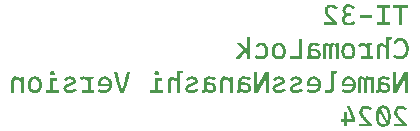
<source format=gbr>
%TF.GenerationSoftware,KiCad,Pcbnew,8.0.5-8.0.5-0~ubuntu22.04.1*%
%TF.CreationDate,2024-09-17T12:21:12-05:00*%
%TF.ProjectId,cheating-calc,63686561-7469-46e6-972d-63616c632e6b,rev?*%
%TF.SameCoordinates,Original*%
%TF.FileFunction,Legend,Bot*%
%TF.FilePolarity,Positive*%
%FSLAX46Y46*%
G04 Gerber Fmt 4.6, Leading zero omitted, Abs format (unit mm)*
G04 Created by KiCad (PCBNEW 8.0.5-8.0.5-0~ubuntu22.04.1) date 2024-09-17 12:21:12*
%MOMM*%
%LPD*%
G01*
G04 APERTURE LIST*
%ADD10C,0.200000*%
%ADD11R,1.700000X1.700000*%
%ADD12O,1.700000X1.700000*%
%ADD13C,0.850000*%
%ADD14C,0.600000*%
%ADD15O,1.200000X2.300000*%
%ADD16O,1.100000X2.100000*%
G04 APERTURE END LIST*
D10*
G36*
X155388806Y-58143001D02*
G01*
X155388806Y-56654878D01*
X155893705Y-56654878D01*
X155893705Y-56419867D01*
X154618171Y-56419867D01*
X154618171Y-56654878D01*
X155135942Y-56654878D01*
X155135942Y-58143001D01*
X155388806Y-58143001D01*
G37*
G36*
X153249630Y-58143001D02*
G01*
X154312575Y-58143001D01*
X154312575Y-57907990D01*
X153901099Y-57907990D01*
X153901099Y-56650726D01*
X154312575Y-56650726D01*
X154312575Y-56415715D01*
X153249630Y-56415715D01*
X153249630Y-56650726D01*
X153648234Y-56650726D01*
X153648234Y-57907990D01*
X153249630Y-57907990D01*
X153249630Y-58143001D01*
G37*
G36*
X151801367Y-57270223D02*
G01*
X151801367Y-57505234D01*
X152811165Y-57505234D01*
X152811165Y-57270223D01*
X151801367Y-57270223D01*
G37*
G36*
X150273384Y-57650558D02*
G01*
X150279831Y-57742173D01*
X150299173Y-57827056D01*
X150331408Y-57905208D01*
X150339403Y-57920031D01*
X150390933Y-57994545D01*
X150455317Y-58057087D01*
X150525003Y-58103555D01*
X150604339Y-58138370D01*
X150692353Y-58160290D01*
X150778985Y-58168994D01*
X150809424Y-58169574D01*
X150899136Y-58166720D01*
X150991190Y-58156684D01*
X151073851Y-58139423D01*
X151123740Y-58123901D01*
X151204123Y-58090408D01*
X151278131Y-58051805D01*
X151353716Y-58005189D01*
X151387815Y-57981898D01*
X151254117Y-57782181D01*
X151185276Y-57829184D01*
X151109248Y-57872329D01*
X151067686Y-57892212D01*
X150985644Y-57919633D01*
X150902615Y-57932537D01*
X150850945Y-57934564D01*
X150765693Y-57927863D01*
X150679248Y-57901476D01*
X150607215Y-57849860D01*
X150557876Y-57782226D01*
X150530123Y-57700390D01*
X150526249Y-57652634D01*
X150539737Y-57567503D01*
X150580200Y-57493348D01*
X150622163Y-57450010D01*
X150696797Y-57403440D01*
X150780229Y-57377879D01*
X150868006Y-57368533D01*
X150889145Y-57368213D01*
X151030732Y-57368213D01*
X151030732Y-57133203D01*
X150885408Y-57133203D01*
X150799783Y-57126831D01*
X150713776Y-57101738D01*
X150643339Y-57052652D01*
X150593067Y-56979460D01*
X150569409Y-56898153D01*
X150565694Y-56844630D01*
X150577080Y-56762223D01*
X150619144Y-56687631D01*
X150646660Y-56662767D01*
X150723705Y-56621043D01*
X150806348Y-56603221D01*
X150840980Y-56601730D01*
X150927240Y-56612422D01*
X151010938Y-56641866D01*
X151016615Y-56644497D01*
X151089195Y-56685898D01*
X151159171Y-56741278D01*
X151190589Y-56771552D01*
X151364563Y-56603391D01*
X151290739Y-56535210D01*
X151212516Y-56478584D01*
X151129893Y-56433515D01*
X151042871Y-56400002D01*
X150951449Y-56378045D01*
X150855628Y-56367644D01*
X150816067Y-56366720D01*
X150728581Y-56372275D01*
X150639464Y-56391218D01*
X150557805Y-56423604D01*
X150485517Y-56468305D01*
X150419527Y-56529828D01*
X150378848Y-56584707D01*
X150341261Y-56660674D01*
X150319276Y-56745277D01*
X150312829Y-56829682D01*
X150319698Y-56917394D01*
X150340305Y-57000690D01*
X150370959Y-57072582D01*
X150419052Y-57148897D01*
X150476138Y-57209680D01*
X150519190Y-57241573D01*
X150447569Y-57287027D01*
X150385472Y-57349786D01*
X150351029Y-57395617D01*
X150310083Y-57468685D01*
X150284303Y-57547754D01*
X150273687Y-57632824D01*
X150273384Y-57650558D01*
G37*
G36*
X149894710Y-56623737D02*
G01*
X149823701Y-56564884D01*
X149749408Y-56513979D01*
X149671831Y-56471023D01*
X149627313Y-56450593D01*
X149543769Y-56420887D01*
X149455692Y-56400904D01*
X149363083Y-56390642D01*
X149309675Y-56389141D01*
X149218701Y-56395751D01*
X149134702Y-56415579D01*
X149057676Y-56448626D01*
X149043108Y-56456821D01*
X148969786Y-56508846D01*
X148908532Y-56571861D01*
X148863321Y-56638684D01*
X148826443Y-56720473D01*
X148804874Y-56808836D01*
X148798548Y-56894871D01*
X148803252Y-56986128D01*
X148817362Y-57068384D01*
X148843749Y-57148469D01*
X148846713Y-57155209D01*
X148886340Y-57232049D01*
X148932973Y-57301883D01*
X148967955Y-57344546D01*
X149027130Y-57410595D01*
X149086579Y-57475822D01*
X149114110Y-57505649D01*
X149492369Y-57907990D01*
X148745401Y-57907990D01*
X148745401Y-58143001D01*
X149861493Y-58143001D01*
X149861493Y-57915879D01*
X149437145Y-57485303D01*
X149376244Y-57424460D01*
X149315147Y-57364108D01*
X149259434Y-57309668D01*
X149201593Y-57248830D01*
X149146552Y-57179775D01*
X149110788Y-57126144D01*
X149074606Y-57050880D01*
X149054254Y-56963942D01*
X149051413Y-56914801D01*
X149062507Y-56829008D01*
X149099564Y-56747662D01*
X149130303Y-56708855D01*
X149197801Y-56657239D01*
X149282582Y-56629446D01*
X149348705Y-56624152D01*
X149434674Y-56632497D01*
X149516209Y-56655189D01*
X149548007Y-56667749D01*
X149624011Y-56705858D01*
X149699430Y-56755411D01*
X149749385Y-56794804D01*
X149894710Y-56623737D01*
G37*
G36*
X155183691Y-61025574D02*
G01*
X155267957Y-61021808D01*
X155360436Y-61007894D01*
X155446638Y-60983728D01*
X155526560Y-60949310D01*
X155579804Y-60918449D01*
X155648388Y-60866950D01*
X155709540Y-60806549D01*
X155763262Y-60737248D01*
X155809553Y-60659045D01*
X155832669Y-60610361D01*
X155862442Y-60532285D01*
X155886056Y-60448779D01*
X155903510Y-60359842D01*
X155914803Y-60265475D01*
X155919936Y-60165678D01*
X155920279Y-60131206D01*
X155917444Y-60027688D01*
X155908938Y-59929931D01*
X155894763Y-59837936D01*
X155874917Y-59751701D01*
X155849401Y-59671228D01*
X155809532Y-59578737D01*
X155760803Y-59495249D01*
X155738831Y-59464374D01*
X155678491Y-59394757D01*
X155611136Y-59336939D01*
X155536767Y-59290921D01*
X155455383Y-59256703D01*
X155366984Y-59234283D01*
X155271570Y-59223664D01*
X155231441Y-59222720D01*
X155137422Y-59227230D01*
X155051193Y-59240761D01*
X154962181Y-59267269D01*
X154883343Y-59305560D01*
X154865223Y-59316973D01*
X154796816Y-59371418D01*
X154734431Y-59440499D01*
X154684782Y-59512951D01*
X154639743Y-59596609D01*
X154627721Y-59622570D01*
X154844047Y-59730940D01*
X154885463Y-59657107D01*
X154934948Y-59589246D01*
X154999147Y-59527509D01*
X155004734Y-59523334D01*
X155078597Y-59483357D01*
X155165655Y-59461831D01*
X155231025Y-59457730D01*
X155316330Y-59466194D01*
X155403408Y-59496596D01*
X155479379Y-59549107D01*
X155536742Y-59613192D01*
X155551570Y-59634611D01*
X155596708Y-59718851D01*
X155626574Y-59801968D01*
X155648295Y-59895158D01*
X155660174Y-59980509D01*
X155666396Y-60072856D01*
X155667414Y-60131621D01*
X155664302Y-60225691D01*
X155654966Y-60313009D01*
X155635546Y-60408879D01*
X155607164Y-60495028D01*
X155569820Y-60571455D01*
X155539944Y-60617005D01*
X155479384Y-60684632D01*
X155409606Y-60735649D01*
X155330608Y-60770055D01*
X155242392Y-60787852D01*
X155187843Y-60790564D01*
X155104391Y-60786099D01*
X155020291Y-60771044D01*
X154961967Y-60752779D01*
X154885283Y-60716033D01*
X154812116Y-60667576D01*
X154750209Y-60617420D01*
X154598656Y-60815061D01*
X154667841Y-60868883D01*
X154744805Y-60919134D01*
X154820850Y-60958482D01*
X154871036Y-60978655D01*
X154958839Y-61003398D01*
X155045558Y-61017831D01*
X155128763Y-61024429D01*
X155183691Y-61025574D01*
G37*
G36*
X154472016Y-59165421D02*
G01*
X154006563Y-59165421D01*
X154006563Y-59828100D01*
X153934942Y-59783179D01*
X153857275Y-59743416D01*
X153806845Y-59720975D01*
X153724446Y-59692135D01*
X153642243Y-59675266D01*
X153567683Y-59670319D01*
X153483292Y-59678426D01*
X153401517Y-59705102D01*
X153386235Y-59712671D01*
X153317627Y-59764419D01*
X153266764Y-59834447D01*
X153257519Y-59852183D01*
X153228168Y-59934083D01*
X153214058Y-60016607D01*
X153209401Y-60101972D01*
X153209354Y-60112106D01*
X153209354Y-60999001D01*
X153462219Y-60999001D01*
X153462219Y-60179786D01*
X153468408Y-60090606D01*
X153493552Y-60010333D01*
X153506231Y-59991279D01*
X153578893Y-59943821D01*
X153639930Y-59936056D01*
X153726088Y-59945899D01*
X153808921Y-59970934D01*
X153885608Y-60006399D01*
X153960774Y-60051786D01*
X154006563Y-60083871D01*
X154006563Y-60999001D01*
X154259427Y-60999001D01*
X154259427Y-59371366D01*
X154472016Y-59331921D01*
X154472016Y-59165421D01*
G37*
G36*
X152890886Y-60763990D02*
G01*
X152625150Y-60763990D01*
X152625150Y-59831422D01*
X152841060Y-59795298D01*
X152841060Y-59639594D01*
X152403841Y-59639594D01*
X152382665Y-59792392D01*
X152315464Y-59741358D01*
X152242673Y-59694966D01*
X152212013Y-59677378D01*
X152134550Y-59643220D01*
X152052882Y-59624828D01*
X151996102Y-59621324D01*
X151911324Y-59628588D01*
X151831070Y-59650379D01*
X151795554Y-59665337D01*
X151721234Y-59713305D01*
X151662492Y-59780189D01*
X151648569Y-59802772D01*
X151833754Y-59958477D01*
X151895257Y-59901385D01*
X151935896Y-59879587D01*
X152018665Y-59858174D01*
X152052571Y-59856335D01*
X152134772Y-59871686D01*
X152208276Y-59910728D01*
X152278293Y-59963646D01*
X152345728Y-60022321D01*
X152372285Y-60047333D01*
X152372285Y-60051070D01*
X152372285Y-60763990D01*
X151854515Y-60763990D01*
X151854515Y-60999001D01*
X152890886Y-60999001D01*
X152890886Y-60763990D01*
G37*
G36*
X150899650Y-59621424D02*
G01*
X150985988Y-59636696D01*
X151065060Y-59663075D01*
X151145331Y-59706028D01*
X151193444Y-59741757D01*
X151256855Y-59804383D01*
X151309755Y-59877848D01*
X151347955Y-59952249D01*
X151356201Y-59972083D01*
X151383864Y-60055736D01*
X151403016Y-60146291D01*
X151412791Y-60231190D01*
X151416050Y-60321373D01*
X151415784Y-60347384D01*
X151410663Y-60435280D01*
X151399026Y-60518288D01*
X151377746Y-60607169D01*
X151347955Y-60689667D01*
X151325053Y-60737410D01*
X151275656Y-60814816D01*
X151215748Y-60881252D01*
X151145331Y-60936719D01*
X151083693Y-60971341D01*
X150996270Y-61003360D01*
X150910840Y-61020021D01*
X150818143Y-61025574D01*
X150735887Y-61021322D01*
X150649082Y-61006050D01*
X150569958Y-60979671D01*
X150490125Y-60936719D01*
X150442295Y-60900960D01*
X150379198Y-60838181D01*
X150326479Y-60764431D01*
X150288332Y-60689667D01*
X150280086Y-60669641D01*
X150252422Y-60585547D01*
X150233271Y-60495070D01*
X150223495Y-60410665D01*
X150220237Y-60321373D01*
X150220250Y-60320128D01*
X150473101Y-60320128D01*
X150475860Y-60394067D01*
X150486726Y-60478460D01*
X150507979Y-60563027D01*
X150519842Y-60595358D01*
X150559698Y-60668697D01*
X150617180Y-60730358D01*
X150652200Y-60753817D01*
X150730520Y-60782097D01*
X150818143Y-60790564D01*
X150855873Y-60789094D01*
X150942775Y-60771514D01*
X151018276Y-60730358D01*
X151040778Y-60710398D01*
X151093322Y-60642323D01*
X151128307Y-60563027D01*
X151146700Y-60493098D01*
X151159064Y-60409900D01*
X151163185Y-60320128D01*
X151160426Y-60245382D01*
X151149561Y-60160984D01*
X151128307Y-60077643D01*
X151118958Y-60052082D01*
X151076326Y-59973652D01*
X151018276Y-59912388D01*
X150982870Y-59888929D01*
X150904676Y-59860649D01*
X150818143Y-59852183D01*
X150779846Y-59853653D01*
X150692227Y-59871232D01*
X150617180Y-59912388D01*
X150594917Y-59932298D01*
X150542828Y-59999692D01*
X150507979Y-60077643D01*
X150489587Y-60146461D01*
X150477223Y-60229468D01*
X150473101Y-60320128D01*
X150220250Y-60320128D01*
X150220503Y-60295067D01*
X150225623Y-60206394D01*
X150237260Y-60123005D01*
X150258540Y-60034176D01*
X150288332Y-59952249D01*
X150311213Y-59904745D01*
X150360472Y-59827667D01*
X150420109Y-59761428D01*
X150490125Y-59706028D01*
X150551377Y-59671405D01*
X150638771Y-59639386D01*
X150724617Y-59622726D01*
X150818143Y-59617172D01*
X150899650Y-59621424D01*
G37*
G36*
X149994361Y-59643746D02*
G01*
X149762672Y-59643746D01*
X149747725Y-59754608D01*
X149681962Y-59697289D01*
X149624822Y-59660770D01*
X149548319Y-59628072D01*
X149471608Y-59617172D01*
X149388669Y-59628591D01*
X149320886Y-59662846D01*
X149261004Y-59722857D01*
X149240334Y-59761666D01*
X149177624Y-59704576D01*
X149115771Y-59663261D01*
X149037918Y-59628694D01*
X148958820Y-59617172D01*
X148871548Y-59628149D01*
X148792289Y-59664816D01*
X148756196Y-59695232D01*
X148705924Y-59768044D01*
X148682267Y-59851920D01*
X148678551Y-59908236D01*
X148678551Y-60006413D01*
X148678551Y-60105378D01*
X148678551Y-60188451D01*
X148678551Y-60272071D01*
X148678551Y-60356239D01*
X148678551Y-60440954D01*
X148678551Y-60526288D01*
X148678551Y-60612311D01*
X148678551Y-60699023D01*
X148678551Y-60786425D01*
X148678551Y-60874515D01*
X148678551Y-60963295D01*
X148678551Y-60999001D01*
X148931416Y-60999001D01*
X148931416Y-60906849D01*
X148931416Y-60815580D01*
X148931416Y-60725194D01*
X148931416Y-60635689D01*
X148931416Y-60547041D01*
X148931416Y-60459639D01*
X148931416Y-60373482D01*
X148931416Y-60288571D01*
X148931416Y-60196473D01*
X148931416Y-60109827D01*
X148931416Y-60019948D01*
X148931416Y-59985881D01*
X148941621Y-59900690D01*
X148953007Y-59871698D01*
X149027381Y-59829925D01*
X149034804Y-59829761D01*
X149115368Y-59857736D01*
X149126981Y-59866300D01*
X149188515Y-59922946D01*
X149210024Y-59947682D01*
X149210024Y-60999001D01*
X149462889Y-60999001D01*
X149462889Y-59976331D01*
X149474811Y-59892884D01*
X149534718Y-59833340D01*
X149563785Y-59829761D01*
X149646881Y-59857679D01*
X149713620Y-59920213D01*
X149741496Y-59956816D01*
X149741496Y-60046687D01*
X149741496Y-60138485D01*
X149741496Y-60232209D01*
X149741496Y-60327861D01*
X149741496Y-60425439D01*
X149741496Y-60458393D01*
X149741496Y-60557986D01*
X149741496Y-60641604D01*
X149741496Y-60725790D01*
X149741496Y-60810544D01*
X149741496Y-60895866D01*
X149741496Y-60981755D01*
X149741496Y-60999001D01*
X149994361Y-60999001D01*
X149994361Y-60901902D01*
X149994361Y-60803161D01*
X149994361Y-60702778D01*
X149994361Y-60600753D01*
X149994361Y-60497086D01*
X149994361Y-60412969D01*
X149994361Y-60349192D01*
X149994361Y-60263328D01*
X149994361Y-60176801D01*
X149994361Y-60089613D01*
X149994361Y-60001763D01*
X149994361Y-59913251D01*
X149994361Y-59824078D01*
X149994361Y-59734243D01*
X149994361Y-59643746D01*
G37*
G36*
X147892619Y-59617205D02*
G01*
X147981941Y-59621843D01*
X148066038Y-59632872D01*
X148152892Y-59650389D01*
X148188036Y-59659238D01*
X148275498Y-59686130D01*
X148353729Y-59716157D01*
X148431500Y-59751701D01*
X148303614Y-59946021D01*
X148254576Y-59926626D01*
X148173930Y-59898648D01*
X148091441Y-59875850D01*
X148004818Y-59858862D01*
X147921203Y-59852183D01*
X147913589Y-59852210D01*
X147826856Y-59857507D01*
X147744323Y-59880002D01*
X147722334Y-59893342D01*
X147673321Y-59963044D01*
X147661684Y-60017291D01*
X147656297Y-60103386D01*
X147656297Y-60122071D01*
X147660847Y-60122071D01*
X147748480Y-60122071D01*
X147835254Y-60122071D01*
X147882099Y-60123203D01*
X147969939Y-60131316D01*
X148051995Y-60145738D01*
X148092702Y-60155621D01*
X148177095Y-60183943D01*
X148256280Y-60221722D01*
X148290355Y-60242698D01*
X148355471Y-60297462D01*
X148408663Y-60364970D01*
X148436562Y-60419630D01*
X148459558Y-60504158D01*
X148466378Y-60593338D01*
X148460827Y-60672579D01*
X148438967Y-60758190D01*
X148396207Y-60837483D01*
X148358941Y-60882170D01*
X148294869Y-60937718D01*
X148220987Y-60979485D01*
X148181540Y-60995148D01*
X148096773Y-61017968D01*
X148012965Y-61025574D01*
X148002879Y-61025530D01*
X147917580Y-61021195D01*
X147834359Y-61008057D01*
X147750551Y-60980731D01*
X147744348Y-60977923D01*
X147668234Y-60937505D01*
X147602735Y-60885647D01*
X147568482Y-60934320D01*
X147498517Y-60984053D01*
X147443963Y-61003759D01*
X147358481Y-61017773D01*
X147270565Y-61021422D01*
X147270565Y-60786412D01*
X147300071Y-60785361D01*
X147379351Y-60756516D01*
X147384995Y-60748478D01*
X147403433Y-60666415D01*
X147403433Y-60336736D01*
X147656297Y-60336736D01*
X147656297Y-60595414D01*
X147658671Y-60599815D01*
X147707018Y-60667482D01*
X147770066Y-60726206D01*
X147818295Y-60755309D01*
X147898950Y-60779297D01*
X147989298Y-60786412D01*
X148076908Y-60773125D01*
X148154553Y-60733264D01*
X148209050Y-60669425D01*
X148227215Y-60585033D01*
X148216963Y-60509578D01*
X148173653Y-60436387D01*
X148111371Y-60390195D01*
X148032480Y-60358742D01*
X148015915Y-60354439D01*
X147928927Y-60339269D01*
X147841482Y-60334660D01*
X147828595Y-60334668D01*
X147743285Y-60335179D01*
X147656297Y-60336736D01*
X147403433Y-60336736D01*
X147403433Y-59994601D01*
X147405170Y-59947733D01*
X147419067Y-59865210D01*
X147452843Y-59787825D01*
X147509001Y-59720975D01*
X147579483Y-59674887D01*
X147652889Y-59646884D01*
X147738510Y-59628383D01*
X147797405Y-59621551D01*
X147884665Y-59617172D01*
X147892619Y-59617205D01*
G37*
G36*
X145848876Y-60763990D02*
G01*
X145848876Y-60999001D01*
X146911821Y-60999001D01*
X146911821Y-59271715D01*
X146658956Y-59271715D01*
X146658956Y-60763990D01*
X145848876Y-60763990D01*
G37*
G36*
X145000306Y-59621424D02*
G01*
X145086644Y-59636696D01*
X145165716Y-59663075D01*
X145245987Y-59706028D01*
X145294100Y-59741757D01*
X145357511Y-59804383D01*
X145410411Y-59877848D01*
X145448611Y-59952249D01*
X145456857Y-59972083D01*
X145484520Y-60055736D01*
X145503672Y-60146291D01*
X145513447Y-60231190D01*
X145516706Y-60321373D01*
X145516440Y-60347384D01*
X145511319Y-60435280D01*
X145499682Y-60518288D01*
X145478402Y-60607169D01*
X145448611Y-60689667D01*
X145425709Y-60737410D01*
X145376312Y-60814816D01*
X145316404Y-60881252D01*
X145245987Y-60936719D01*
X145184349Y-60971341D01*
X145096926Y-61003360D01*
X145011495Y-61020021D01*
X144918799Y-61025574D01*
X144836543Y-61021322D01*
X144749738Y-61006050D01*
X144670614Y-60979671D01*
X144590781Y-60936719D01*
X144542951Y-60900960D01*
X144479854Y-60838181D01*
X144427135Y-60764431D01*
X144388988Y-60689667D01*
X144380742Y-60669641D01*
X144353078Y-60585547D01*
X144333927Y-60495070D01*
X144324151Y-60410665D01*
X144320893Y-60321373D01*
X144320906Y-60320128D01*
X144573757Y-60320128D01*
X144576516Y-60394067D01*
X144587382Y-60478460D01*
X144608635Y-60563027D01*
X144620498Y-60595358D01*
X144660354Y-60668697D01*
X144717836Y-60730358D01*
X144752856Y-60753817D01*
X144831176Y-60782097D01*
X144918799Y-60790564D01*
X144956529Y-60789094D01*
X145043431Y-60771514D01*
X145118932Y-60730358D01*
X145141434Y-60710398D01*
X145193978Y-60642323D01*
X145228963Y-60563027D01*
X145247356Y-60493098D01*
X145259720Y-60409900D01*
X145263841Y-60320128D01*
X145261082Y-60245382D01*
X145250217Y-60160984D01*
X145228963Y-60077643D01*
X145219614Y-60052082D01*
X145176982Y-59973652D01*
X145118932Y-59912388D01*
X145083526Y-59888929D01*
X145005332Y-59860649D01*
X144918799Y-59852183D01*
X144880502Y-59853653D01*
X144792883Y-59871232D01*
X144717836Y-59912388D01*
X144695573Y-59932298D01*
X144643484Y-59999692D01*
X144608635Y-60077643D01*
X144590243Y-60146461D01*
X144577879Y-60229468D01*
X144573757Y-60320128D01*
X144320906Y-60320128D01*
X144321159Y-60295067D01*
X144326279Y-60206394D01*
X144337916Y-60123005D01*
X144359196Y-60034176D01*
X144388988Y-59952249D01*
X144411869Y-59904745D01*
X144461128Y-59827667D01*
X144520765Y-59761428D01*
X144590781Y-59706028D01*
X144652033Y-59671405D01*
X144739427Y-59639386D01*
X144825273Y-59622726D01*
X144918799Y-59617172D01*
X145000306Y-59621424D01*
G37*
G36*
X143383342Y-61025574D02*
G01*
X143476376Y-61021114D01*
X143562922Y-61007733D01*
X143642980Y-60985431D01*
X143730486Y-60946895D01*
X143808650Y-60895512D01*
X143866650Y-60842880D01*
X143926197Y-60768887D01*
X143973424Y-60684237D01*
X144003369Y-60605555D01*
X144024758Y-60519473D01*
X144037592Y-60425992D01*
X144041870Y-60325110D01*
X144037744Y-60224835D01*
X144025367Y-60131614D01*
X144004738Y-60045450D01*
X143975857Y-59966340D01*
X143930309Y-59880722D01*
X143872878Y-59805264D01*
X143804723Y-59741342D01*
X143727314Y-59690645D01*
X143640649Y-59653174D01*
X143544730Y-59628928D01*
X143457728Y-59618825D01*
X143402442Y-59617172D01*
X143314617Y-59623610D01*
X143231916Y-59642922D01*
X143154338Y-59675109D01*
X143113454Y-59698554D01*
X143045784Y-59750210D01*
X142987114Y-59813625D01*
X142937443Y-59888797D01*
X142913736Y-59935640D01*
X143118021Y-60029479D01*
X143164082Y-59959053D01*
X143228985Y-59900949D01*
X143238018Y-59895365D01*
X143315662Y-59862978D01*
X143402442Y-59852183D01*
X143488417Y-59859942D01*
X143573289Y-59887221D01*
X143645616Y-59934140D01*
X143686863Y-59976331D01*
X143736238Y-60053945D01*
X143766562Y-60136391D01*
X143782621Y-60218919D01*
X143788905Y-60311144D01*
X143789005Y-60325110D01*
X143783939Y-60416577D01*
X143768739Y-60498784D01*
X143738961Y-60581399D01*
X143689640Y-60659885D01*
X143683126Y-60667661D01*
X143616606Y-60727072D01*
X143536160Y-60767039D01*
X143452962Y-60786243D01*
X143383342Y-60790564D01*
X143298311Y-60784054D01*
X143214250Y-60762482D01*
X143186116Y-60751118D01*
X143108333Y-60710007D01*
X143035395Y-60660020D01*
X143007159Y-60637765D01*
X142873461Y-60827518D01*
X142941728Y-60883482D01*
X143014698Y-60930445D01*
X143092372Y-60968406D01*
X143108471Y-60974918D01*
X143190979Y-61001631D01*
X143276568Y-61018451D01*
X143365238Y-61025376D01*
X143383342Y-61025574D01*
G37*
G36*
X141606231Y-60999001D02*
G01*
X142095352Y-60404416D01*
X142234448Y-60553892D01*
X142234448Y-60999001D01*
X142487313Y-60999001D01*
X142487313Y-59165421D01*
X142234448Y-59165421D01*
X142234448Y-60198470D01*
X141715847Y-59643746D01*
X141424368Y-59643746D01*
X141424368Y-59686513D01*
X141931343Y-60227535D01*
X141318073Y-60956649D01*
X141318073Y-60999001D01*
X141606231Y-60999001D01*
G37*
G36*
X155867131Y-62127715D02*
G01*
X155564026Y-62127715D01*
X154883907Y-63382073D01*
X154883907Y-62127715D01*
X154631043Y-62127715D01*
X154631043Y-63855001D01*
X154924598Y-63855001D01*
X155614267Y-62595245D01*
X155614267Y-63855001D01*
X155867131Y-63855001D01*
X155867131Y-62127715D01*
G37*
G36*
X153791963Y-62473205D02*
G01*
X153881285Y-62477843D01*
X153965382Y-62488872D01*
X154052236Y-62506389D01*
X154087380Y-62515238D01*
X154174842Y-62542130D01*
X154253073Y-62572157D01*
X154330844Y-62607701D01*
X154202958Y-62802021D01*
X154153920Y-62782626D01*
X154073274Y-62754648D01*
X153990785Y-62731850D01*
X153904162Y-62714862D01*
X153820547Y-62708183D01*
X153812933Y-62708210D01*
X153726200Y-62713507D01*
X153643667Y-62736002D01*
X153621678Y-62749342D01*
X153572665Y-62819044D01*
X153561028Y-62873291D01*
X153555642Y-62959386D01*
X153555642Y-62978071D01*
X153560191Y-62978071D01*
X153647824Y-62978071D01*
X153734598Y-62978071D01*
X153781443Y-62979203D01*
X153869283Y-62987316D01*
X153951339Y-63001738D01*
X153992046Y-63011621D01*
X154076439Y-63039943D01*
X154155624Y-63077722D01*
X154189699Y-63098698D01*
X154254815Y-63153462D01*
X154308007Y-63220970D01*
X154335906Y-63275630D01*
X154358902Y-63360158D01*
X154365722Y-63449338D01*
X154360171Y-63528579D01*
X154338311Y-63614190D01*
X154295551Y-63693483D01*
X154258285Y-63738170D01*
X154194213Y-63793718D01*
X154120331Y-63835485D01*
X154080884Y-63851148D01*
X153996117Y-63873968D01*
X153912309Y-63881574D01*
X153902223Y-63881530D01*
X153816924Y-63877195D01*
X153733703Y-63864057D01*
X153649895Y-63836731D01*
X153643692Y-63833923D01*
X153567578Y-63793505D01*
X153502079Y-63741647D01*
X153467826Y-63790320D01*
X153397861Y-63840053D01*
X153343307Y-63859759D01*
X153257825Y-63873773D01*
X153169909Y-63877422D01*
X153169909Y-63642412D01*
X153199415Y-63641361D01*
X153278695Y-63612516D01*
X153284339Y-63604478D01*
X153302777Y-63522415D01*
X153302777Y-63192736D01*
X153555642Y-63192736D01*
X153555642Y-63451414D01*
X153558015Y-63455815D01*
X153606362Y-63523482D01*
X153669410Y-63582206D01*
X153717639Y-63611309D01*
X153798294Y-63635297D01*
X153888642Y-63642412D01*
X153976252Y-63629125D01*
X154053897Y-63589264D01*
X154108394Y-63525425D01*
X154126559Y-63441033D01*
X154116307Y-63365578D01*
X154072997Y-63292387D01*
X154010715Y-63246195D01*
X153931824Y-63214742D01*
X153915259Y-63210439D01*
X153828271Y-63195269D01*
X153740826Y-63190660D01*
X153727939Y-63190668D01*
X153642629Y-63191179D01*
X153555642Y-63192736D01*
X153302777Y-63192736D01*
X153302777Y-62850601D01*
X153304514Y-62803733D01*
X153318411Y-62721210D01*
X153352187Y-62643825D01*
X153408345Y-62576975D01*
X153478827Y-62530887D01*
X153552233Y-62502884D01*
X153637854Y-62484383D01*
X153696749Y-62477551D01*
X153784009Y-62473172D01*
X153791963Y-62473205D01*
G37*
G36*
X152944033Y-62499746D02*
G01*
X152712344Y-62499746D01*
X152697397Y-62610608D01*
X152631634Y-62553289D01*
X152574494Y-62516770D01*
X152497991Y-62484072D01*
X152421280Y-62473172D01*
X152338341Y-62484591D01*
X152270558Y-62518846D01*
X152210676Y-62578857D01*
X152190006Y-62617666D01*
X152127296Y-62560576D01*
X152065443Y-62519261D01*
X151987590Y-62484694D01*
X151908492Y-62473172D01*
X151821220Y-62484149D01*
X151741961Y-62520816D01*
X151705868Y-62551232D01*
X151655596Y-62624044D01*
X151631939Y-62707920D01*
X151628224Y-62764236D01*
X151628224Y-62862413D01*
X151628224Y-62961378D01*
X151628224Y-63044451D01*
X151628224Y-63128071D01*
X151628224Y-63212239D01*
X151628224Y-63296954D01*
X151628224Y-63382288D01*
X151628224Y-63468311D01*
X151628224Y-63555023D01*
X151628224Y-63642425D01*
X151628224Y-63730515D01*
X151628224Y-63819295D01*
X151628224Y-63855001D01*
X151881088Y-63855001D01*
X151881088Y-63762849D01*
X151881088Y-63671580D01*
X151881088Y-63581194D01*
X151881088Y-63491689D01*
X151881088Y-63403041D01*
X151881088Y-63315639D01*
X151881088Y-63229482D01*
X151881088Y-63144571D01*
X151881088Y-63052473D01*
X151881088Y-62965827D01*
X151881088Y-62875948D01*
X151881088Y-62841881D01*
X151891293Y-62756690D01*
X151902679Y-62727698D01*
X151977053Y-62685925D01*
X151984476Y-62685761D01*
X152065040Y-62713736D01*
X152076653Y-62722300D01*
X152138187Y-62778946D01*
X152159696Y-62803682D01*
X152159696Y-63855001D01*
X152412561Y-63855001D01*
X152412561Y-62832331D01*
X152424483Y-62748884D01*
X152484390Y-62689340D01*
X152513457Y-62685761D01*
X152596553Y-62713679D01*
X152663292Y-62776213D01*
X152691168Y-62812816D01*
X152691168Y-62902687D01*
X152691168Y-62994485D01*
X152691168Y-63088209D01*
X152691168Y-63183861D01*
X152691168Y-63281439D01*
X152691168Y-63314393D01*
X152691168Y-63413986D01*
X152691168Y-63497604D01*
X152691168Y-63581790D01*
X152691168Y-63666544D01*
X152691168Y-63751866D01*
X152691168Y-63837755D01*
X152691168Y-63855001D01*
X152944033Y-63855001D01*
X152944033Y-63757902D01*
X152944033Y-63659161D01*
X152944033Y-63558778D01*
X152944033Y-63456753D01*
X152944033Y-63353086D01*
X152944033Y-63268969D01*
X152944033Y-63205192D01*
X152944033Y-63119328D01*
X152944033Y-63032801D01*
X152944033Y-62945613D01*
X152944033Y-62857763D01*
X152944033Y-62769251D01*
X152944033Y-62680078D01*
X152944033Y-62590243D01*
X152944033Y-62499746D01*
G37*
G36*
X150873435Y-62474796D02*
G01*
X150956202Y-62484720D01*
X151048028Y-62508538D01*
X151131681Y-62545348D01*
X151207159Y-62595149D01*
X151274462Y-62657942D01*
X151331611Y-62732549D01*
X151376935Y-62818104D01*
X151405674Y-62897763D01*
X151426201Y-62985024D01*
X151438518Y-63079889D01*
X151442623Y-63182356D01*
X151442296Y-63210068D01*
X151435989Y-63302922D01*
X151421655Y-63389339D01*
X151395445Y-63480219D01*
X151358750Y-63562691D01*
X151318795Y-63627579D01*
X151265589Y-63692929D01*
X151196117Y-63755220D01*
X151125816Y-63800608D01*
X151048794Y-63836030D01*
X150966374Y-63861332D01*
X150878557Y-63876514D01*
X150785341Y-63881574D01*
X150743030Y-63880700D01*
X150659707Y-63874438D01*
X150577320Y-63863305D01*
X150540437Y-63856045D01*
X150457914Y-63832219D01*
X150373658Y-63800166D01*
X150290823Y-63763238D01*
X150379678Y-63557293D01*
X150442531Y-63583192D01*
X150522683Y-63610498D01*
X150608046Y-63630370D01*
X150675797Y-63640238D01*
X150760429Y-63646564D01*
X150786360Y-63646045D01*
X150873543Y-63636054D01*
X150955163Y-63613347D01*
X150966306Y-63609036D01*
X151042224Y-63566569D01*
X151104640Y-63506222D01*
X151122100Y-63482274D01*
X151159340Y-63406160D01*
X151178548Y-63323528D01*
X150276706Y-63323528D01*
X150264381Y-63275531D01*
X150249401Y-63189852D01*
X150243682Y-63105093D01*
X150244383Y-63088518D01*
X150477254Y-63088518D01*
X151189759Y-63088518D01*
X151189387Y-63071119D01*
X151176358Y-62985329D01*
X151147407Y-62907070D01*
X151136112Y-62885388D01*
X151087076Y-62817880D01*
X151023258Y-62763406D01*
X150997006Y-62747497D01*
X150914761Y-62717297D01*
X150826863Y-62708183D01*
X150790436Y-62709521D01*
X150704552Y-62725524D01*
X150626315Y-62762991D01*
X150616313Y-62769973D01*
X150552151Y-62830716D01*
X150507149Y-62906239D01*
X150502604Y-62917315D01*
X150479893Y-63001730D01*
X150477254Y-63088518D01*
X150244383Y-63088518D01*
X150247226Y-63021253D01*
X150249253Y-63002766D01*
X150265716Y-62913155D01*
X150292721Y-62828247D01*
X150330268Y-62748043D01*
X150338993Y-62732666D01*
X150388988Y-62661569D01*
X150449608Y-62600122D01*
X150520851Y-62548326D01*
X150568599Y-62522785D01*
X150647610Y-62494382D01*
X150735490Y-62477869D01*
X150821050Y-62473172D01*
X150873435Y-62474796D01*
G37*
G36*
X149874780Y-62034707D02*
G01*
X149342892Y-62034707D01*
X149342892Y-63424425D01*
X149334026Y-63508372D01*
X149332096Y-63517017D01*
X149286991Y-63588106D01*
X149282271Y-63591756D01*
X149200059Y-63618225D01*
X149161859Y-63619990D01*
X148864982Y-63619990D01*
X148864982Y-63855001D01*
X149274382Y-63855001D01*
X149359690Y-63847445D01*
X149440519Y-63819033D01*
X149479497Y-63791058D01*
X149534675Y-63723265D01*
X149567736Y-63645835D01*
X149572505Y-63627464D01*
X149587559Y-63544921D01*
X149594939Y-63459226D01*
X149595757Y-63418612D01*
X149595757Y-62246466D01*
X149874780Y-62196225D01*
X149874780Y-62034707D01*
G37*
G36*
X147923763Y-62474796D02*
G01*
X148006530Y-62484720D01*
X148098356Y-62508538D01*
X148182009Y-62545348D01*
X148257487Y-62595149D01*
X148324790Y-62657942D01*
X148381939Y-62732549D01*
X148427263Y-62818104D01*
X148456002Y-62897763D01*
X148476529Y-62985024D01*
X148488846Y-63079889D01*
X148492951Y-63182356D01*
X148492624Y-63210068D01*
X148486317Y-63302922D01*
X148471983Y-63389339D01*
X148445773Y-63480219D01*
X148409078Y-63562691D01*
X148369123Y-63627579D01*
X148315917Y-63692929D01*
X148246445Y-63755220D01*
X148176144Y-63800608D01*
X148099122Y-63836030D01*
X148016702Y-63861332D01*
X147928885Y-63876514D01*
X147835669Y-63881574D01*
X147793358Y-63880700D01*
X147710035Y-63874438D01*
X147627648Y-63863305D01*
X147590765Y-63856045D01*
X147508242Y-63832219D01*
X147423986Y-63800166D01*
X147341151Y-63763238D01*
X147430006Y-63557293D01*
X147492859Y-63583192D01*
X147573011Y-63610498D01*
X147658374Y-63630370D01*
X147726125Y-63640238D01*
X147810757Y-63646564D01*
X147836688Y-63646045D01*
X147923871Y-63636054D01*
X148005491Y-63613347D01*
X148016634Y-63609036D01*
X148092552Y-63566569D01*
X148154968Y-63506222D01*
X148172428Y-63482274D01*
X148209668Y-63406160D01*
X148228876Y-63323528D01*
X147327034Y-63323528D01*
X147314709Y-63275531D01*
X147299729Y-63189852D01*
X147294010Y-63105093D01*
X147294711Y-63088518D01*
X147527581Y-63088518D01*
X148240087Y-63088518D01*
X148239714Y-63071119D01*
X148226686Y-62985329D01*
X148197735Y-62907070D01*
X148186440Y-62885388D01*
X148137404Y-62817880D01*
X148073586Y-62763406D01*
X148047333Y-62747497D01*
X147965089Y-62717297D01*
X147877191Y-62708183D01*
X147840764Y-62709521D01*
X147754880Y-62725524D01*
X147676643Y-62762991D01*
X147666640Y-62769973D01*
X147602479Y-62830716D01*
X147557477Y-62906239D01*
X147552932Y-62917315D01*
X147530221Y-63001730D01*
X147527581Y-63088518D01*
X147294711Y-63088518D01*
X147297554Y-63021253D01*
X147299581Y-63002766D01*
X147316044Y-62913155D01*
X147343049Y-62828247D01*
X147380596Y-62748043D01*
X147389320Y-62732666D01*
X147439316Y-62661569D01*
X147499936Y-62600122D01*
X147571179Y-62548326D01*
X147618927Y-62522785D01*
X147697938Y-62494382D01*
X147785818Y-62477869D01*
X147871378Y-62473172D01*
X147923763Y-62474796D01*
G37*
G36*
X146972442Y-63667324D02*
G01*
X146810509Y-63489613D01*
X146738230Y-63534903D01*
X146658597Y-63576924D01*
X146598335Y-63603382D01*
X146518264Y-63629696D01*
X146432838Y-63644497D01*
X146387407Y-63646564D01*
X146300739Y-63641559D01*
X146214702Y-63620714D01*
X146181877Y-63604212D01*
X146124071Y-63542838D01*
X146114612Y-63497917D01*
X146142926Y-63416631D01*
X146169420Y-63389962D01*
X146241779Y-63341806D01*
X146313499Y-63308165D01*
X146394075Y-63276353D01*
X146473307Y-63247097D01*
X146504912Y-63235918D01*
X146586327Y-63204786D01*
X146664589Y-63170091D01*
X146699647Y-63152876D01*
X146774183Y-63106928D01*
X146836479Y-63051920D01*
X146852030Y-63034540D01*
X146894946Y-62960495D01*
X146911295Y-62877887D01*
X146911821Y-62858490D01*
X146900964Y-62774756D01*
X146865450Y-62696501D01*
X146862411Y-62691989D01*
X146805838Y-62625659D01*
X146739791Y-62574222D01*
X146734940Y-62571162D01*
X146658931Y-62530612D01*
X146577265Y-62500828D01*
X146565949Y-62497670D01*
X146481314Y-62480086D01*
X146393250Y-62473196D01*
X146387822Y-62473172D01*
X146297351Y-62478038D01*
X146214341Y-62492635D01*
X146131647Y-62519932D01*
X146124577Y-62522998D01*
X146046433Y-62562953D01*
X145974030Y-62609664D01*
X145907758Y-62660164D01*
X145892889Y-62672474D01*
X146049009Y-62843957D01*
X146120966Y-62794049D01*
X146193402Y-62753176D01*
X146218000Y-62741815D01*
X146300109Y-62716591D01*
X146385947Y-62708215D01*
X146391974Y-62708183D01*
X146478590Y-62716130D01*
X146562044Y-62742284D01*
X146577575Y-62749704D01*
X146643379Y-62802590D01*
X146658956Y-62852261D01*
X146618901Y-62925514D01*
X146606639Y-62934889D01*
X146530846Y-62978625D01*
X146463806Y-63008382D01*
X146382504Y-63041148D01*
X146302597Y-63072997D01*
X146270732Y-63085611D01*
X146188648Y-63120728D01*
X146110402Y-63159957D01*
X146075582Y-63179449D01*
X146005896Y-63226606D01*
X145942498Y-63286280D01*
X145922784Y-63309826D01*
X145881060Y-63382840D01*
X145862701Y-63467458D01*
X145861748Y-63493765D01*
X145870415Y-63577405D01*
X145900887Y-63661015D01*
X145953299Y-63733523D01*
X146000429Y-63775695D01*
X146076880Y-63822017D01*
X146155440Y-63851692D01*
X146244888Y-63871234D01*
X146330224Y-63879920D01*
X146391559Y-63881574D01*
X146482092Y-63876910D01*
X146571048Y-63862919D01*
X146658427Y-63839600D01*
X146706290Y-63822614D01*
X146788784Y-63786325D01*
X146865299Y-63744255D01*
X146935837Y-63696405D01*
X146972442Y-63667324D01*
G37*
G36*
X145497606Y-63667324D02*
G01*
X145335673Y-63489613D01*
X145263394Y-63534903D01*
X145183761Y-63576924D01*
X145123499Y-63603382D01*
X145043428Y-63629696D01*
X144958002Y-63644497D01*
X144912571Y-63646564D01*
X144825903Y-63641559D01*
X144739866Y-63620714D01*
X144707041Y-63604212D01*
X144649235Y-63542838D01*
X144639776Y-63497917D01*
X144668090Y-63416631D01*
X144694584Y-63389962D01*
X144766943Y-63341806D01*
X144838663Y-63308165D01*
X144919239Y-63276353D01*
X144998471Y-63247097D01*
X145030076Y-63235918D01*
X145111491Y-63204786D01*
X145189753Y-63170091D01*
X145224811Y-63152876D01*
X145299347Y-63106928D01*
X145361643Y-63051920D01*
X145377194Y-63034540D01*
X145420110Y-62960495D01*
X145436459Y-62877887D01*
X145436985Y-62858490D01*
X145426128Y-62774756D01*
X145390614Y-62696501D01*
X145387575Y-62691989D01*
X145331002Y-62625659D01*
X145264955Y-62574222D01*
X145260104Y-62571162D01*
X145184095Y-62530612D01*
X145102429Y-62500828D01*
X145091113Y-62497670D01*
X145006478Y-62480086D01*
X144918414Y-62473196D01*
X144912986Y-62473172D01*
X144822515Y-62478038D01*
X144739505Y-62492635D01*
X144656811Y-62519932D01*
X144649741Y-62522998D01*
X144571597Y-62562953D01*
X144499194Y-62609664D01*
X144432922Y-62660164D01*
X144418053Y-62672474D01*
X144574173Y-62843957D01*
X144646130Y-62794049D01*
X144718566Y-62753176D01*
X144743164Y-62741815D01*
X144825273Y-62716591D01*
X144911111Y-62708215D01*
X144917138Y-62708183D01*
X145003754Y-62716130D01*
X145087208Y-62742284D01*
X145102739Y-62749704D01*
X145168543Y-62802590D01*
X145184120Y-62852261D01*
X145144065Y-62925514D01*
X145131803Y-62934889D01*
X145056010Y-62978625D01*
X144988970Y-63008382D01*
X144907668Y-63041148D01*
X144827761Y-63072997D01*
X144795896Y-63085611D01*
X144713812Y-63120728D01*
X144635566Y-63159957D01*
X144600746Y-63179449D01*
X144531060Y-63226606D01*
X144467662Y-63286280D01*
X144447948Y-63309826D01*
X144406224Y-63382840D01*
X144387865Y-63467458D01*
X144386912Y-63493765D01*
X144395579Y-63577405D01*
X144426051Y-63661015D01*
X144478463Y-63733523D01*
X144525593Y-63775695D01*
X144602044Y-63822017D01*
X144680604Y-63851692D01*
X144770052Y-63871234D01*
X144855388Y-63879920D01*
X144916723Y-63881574D01*
X145007256Y-63876910D01*
X145096212Y-63862919D01*
X145183591Y-63839600D01*
X145231454Y-63822614D01*
X145313948Y-63786325D01*
X145390463Y-63744255D01*
X145461001Y-63696405D01*
X145497606Y-63667324D01*
G37*
G36*
X144068443Y-62127715D02*
G01*
X143765338Y-62127715D01*
X143085219Y-63382073D01*
X143085219Y-62127715D01*
X142832355Y-62127715D01*
X142832355Y-63855001D01*
X143125910Y-63855001D01*
X143815579Y-62595245D01*
X143815579Y-63855001D01*
X144068443Y-63855001D01*
X144068443Y-62127715D01*
G37*
G36*
X141993275Y-62473205D02*
G01*
X142082597Y-62477843D01*
X142166694Y-62488872D01*
X142253548Y-62506389D01*
X142288692Y-62515238D01*
X142376154Y-62542130D01*
X142454385Y-62572157D01*
X142532156Y-62607701D01*
X142404270Y-62802021D01*
X142355232Y-62782626D01*
X142274586Y-62754648D01*
X142192096Y-62731850D01*
X142105474Y-62714862D01*
X142021859Y-62708183D01*
X142014245Y-62708210D01*
X141927512Y-62713507D01*
X141844979Y-62736002D01*
X141822990Y-62749342D01*
X141773977Y-62819044D01*
X141762340Y-62873291D01*
X141756953Y-62959386D01*
X141756953Y-62978071D01*
X141761503Y-62978071D01*
X141849136Y-62978071D01*
X141935910Y-62978071D01*
X141982755Y-62979203D01*
X142070595Y-62987316D01*
X142152651Y-63001738D01*
X142193358Y-63011621D01*
X142277751Y-63039943D01*
X142356936Y-63077722D01*
X142391011Y-63098698D01*
X142456127Y-63153462D01*
X142509319Y-63220970D01*
X142537218Y-63275630D01*
X142560214Y-63360158D01*
X142567034Y-63449338D01*
X142561483Y-63528579D01*
X142539623Y-63614190D01*
X142496863Y-63693483D01*
X142459597Y-63738170D01*
X142395525Y-63793718D01*
X142321643Y-63835485D01*
X142282196Y-63851148D01*
X142197429Y-63873968D01*
X142113621Y-63881574D01*
X142103535Y-63881530D01*
X142018236Y-63877195D01*
X141935015Y-63864057D01*
X141851207Y-63836731D01*
X141845004Y-63833923D01*
X141768890Y-63793505D01*
X141703391Y-63741647D01*
X141669138Y-63790320D01*
X141599173Y-63840053D01*
X141544619Y-63859759D01*
X141459137Y-63873773D01*
X141371221Y-63877422D01*
X141371221Y-63642412D01*
X141400727Y-63641361D01*
X141480006Y-63612516D01*
X141485651Y-63604478D01*
X141504089Y-63522415D01*
X141504089Y-63192736D01*
X141756953Y-63192736D01*
X141756953Y-63451414D01*
X141759327Y-63455815D01*
X141807673Y-63523482D01*
X141870722Y-63582206D01*
X141918951Y-63611309D01*
X141999606Y-63635297D01*
X142089954Y-63642412D01*
X142177564Y-63629125D01*
X142255209Y-63589264D01*
X142309706Y-63525425D01*
X142327871Y-63441033D01*
X142317619Y-63365578D01*
X142274309Y-63292387D01*
X142212027Y-63246195D01*
X142133136Y-63214742D01*
X142116571Y-63210439D01*
X142029583Y-63195269D01*
X141942138Y-63190660D01*
X141929251Y-63190668D01*
X141843941Y-63191179D01*
X141756953Y-63192736D01*
X141504089Y-63192736D01*
X141504089Y-62850601D01*
X141505826Y-62803733D01*
X141519723Y-62721210D01*
X141553499Y-62643825D01*
X141609657Y-62576975D01*
X141680139Y-62530887D01*
X141753545Y-62502884D01*
X141839166Y-62484383D01*
X141898061Y-62477551D01*
X141985321Y-62473172D01*
X141993275Y-62473205D01*
G37*
G36*
X141039050Y-62499746D02*
G01*
X140811514Y-62499746D01*
X140791584Y-62657111D01*
X140720135Y-62606605D01*
X140643458Y-62563487D01*
X140572766Y-62530472D01*
X140490835Y-62500255D01*
X140402677Y-62479943D01*
X140316580Y-62473172D01*
X140231940Y-62483299D01*
X140152409Y-62513680D01*
X140142191Y-62519261D01*
X140072714Y-62574968D01*
X140024160Y-62643468D01*
X140011399Y-62668322D01*
X139983504Y-62746583D01*
X139968193Y-62831182D01*
X139962595Y-62918277D01*
X139962404Y-62939041D01*
X139962404Y-63855001D01*
X140215268Y-63855001D01*
X140215268Y-62984714D01*
X140221399Y-62895612D01*
X140246306Y-62814780D01*
X140258866Y-62795377D01*
X140331009Y-62746849D01*
X140391734Y-62738908D01*
X140476852Y-62749081D01*
X140558143Y-62774672D01*
X140570275Y-62779599D01*
X140646376Y-62817416D01*
X140721264Y-62864905D01*
X140786186Y-62912883D01*
X140786186Y-63855001D01*
X141039050Y-63855001D01*
X141039050Y-62499746D01*
G37*
G36*
X139043603Y-62473205D02*
G01*
X139132925Y-62477843D01*
X139217022Y-62488872D01*
X139303876Y-62506389D01*
X139339020Y-62515238D01*
X139426482Y-62542130D01*
X139504713Y-62572157D01*
X139582484Y-62607701D01*
X139454598Y-62802021D01*
X139405560Y-62782626D01*
X139324914Y-62754648D01*
X139242424Y-62731850D01*
X139155802Y-62714862D01*
X139072187Y-62708183D01*
X139064573Y-62708210D01*
X138977840Y-62713507D01*
X138895307Y-62736002D01*
X138873318Y-62749342D01*
X138824305Y-62819044D01*
X138812668Y-62873291D01*
X138807281Y-62959386D01*
X138807281Y-62978071D01*
X138811831Y-62978071D01*
X138899464Y-62978071D01*
X138986238Y-62978071D01*
X139033083Y-62979203D01*
X139120923Y-62987316D01*
X139202979Y-63001738D01*
X139243686Y-63011621D01*
X139328079Y-63039943D01*
X139407264Y-63077722D01*
X139441339Y-63098698D01*
X139506455Y-63153462D01*
X139559647Y-63220970D01*
X139587546Y-63275630D01*
X139610542Y-63360158D01*
X139617362Y-63449338D01*
X139611811Y-63528579D01*
X139589951Y-63614190D01*
X139547191Y-63693483D01*
X139509925Y-63738170D01*
X139445853Y-63793718D01*
X139371971Y-63835485D01*
X139332524Y-63851148D01*
X139247757Y-63873968D01*
X139163949Y-63881574D01*
X139153863Y-63881530D01*
X139068564Y-63877195D01*
X138985343Y-63864057D01*
X138901535Y-63836731D01*
X138895332Y-63833923D01*
X138819218Y-63793505D01*
X138753719Y-63741647D01*
X138719466Y-63790320D01*
X138649501Y-63840053D01*
X138594947Y-63859759D01*
X138509465Y-63873773D01*
X138421549Y-63877422D01*
X138421549Y-63642412D01*
X138451055Y-63641361D01*
X138530334Y-63612516D01*
X138535979Y-63604478D01*
X138554417Y-63522415D01*
X138554417Y-63192736D01*
X138807281Y-63192736D01*
X138807281Y-63451414D01*
X138809655Y-63455815D01*
X138858001Y-63523482D01*
X138921050Y-63582206D01*
X138969279Y-63611309D01*
X139049934Y-63635297D01*
X139140282Y-63642412D01*
X139227892Y-63629125D01*
X139305537Y-63589264D01*
X139360034Y-63525425D01*
X139378199Y-63441033D01*
X139367947Y-63365578D01*
X139324637Y-63292387D01*
X139262355Y-63246195D01*
X139183464Y-63214742D01*
X139166899Y-63210439D01*
X139079911Y-63195269D01*
X138992466Y-63190660D01*
X138979579Y-63190668D01*
X138894269Y-63191179D01*
X138807281Y-63192736D01*
X138554417Y-63192736D01*
X138554417Y-62850601D01*
X138556154Y-62803733D01*
X138570051Y-62721210D01*
X138603827Y-62643825D01*
X138659985Y-62576975D01*
X138730467Y-62530887D01*
X138803873Y-62502884D01*
X138889494Y-62484383D01*
X138948389Y-62477551D01*
X139035648Y-62473172D01*
X139043603Y-62473205D01*
G37*
G36*
X138123426Y-63667324D02*
G01*
X137961493Y-63489613D01*
X137889214Y-63534903D01*
X137809581Y-63576924D01*
X137749319Y-63603382D01*
X137669248Y-63629696D01*
X137583822Y-63644497D01*
X137538391Y-63646564D01*
X137451723Y-63641559D01*
X137365686Y-63620714D01*
X137332861Y-63604212D01*
X137275055Y-63542838D01*
X137265596Y-63497917D01*
X137293910Y-63416631D01*
X137320404Y-63389962D01*
X137392763Y-63341806D01*
X137464483Y-63308165D01*
X137545059Y-63276353D01*
X137624291Y-63247097D01*
X137655896Y-63235918D01*
X137737311Y-63204786D01*
X137815573Y-63170091D01*
X137850631Y-63152876D01*
X137925167Y-63106928D01*
X137987463Y-63051920D01*
X138003014Y-63034540D01*
X138045930Y-62960495D01*
X138062279Y-62877887D01*
X138062805Y-62858490D01*
X138051948Y-62774756D01*
X138016434Y-62696501D01*
X138013394Y-62691989D01*
X137956822Y-62625659D01*
X137890775Y-62574222D01*
X137885924Y-62571162D01*
X137809915Y-62530612D01*
X137728249Y-62500828D01*
X137716933Y-62497670D01*
X137632298Y-62480086D01*
X137544234Y-62473196D01*
X137538806Y-62473172D01*
X137448335Y-62478038D01*
X137365325Y-62492635D01*
X137282631Y-62519932D01*
X137275561Y-62522998D01*
X137197417Y-62562953D01*
X137125014Y-62609664D01*
X137058742Y-62660164D01*
X137043872Y-62672474D01*
X137199993Y-62843957D01*
X137271950Y-62794049D01*
X137344386Y-62753176D01*
X137368984Y-62741815D01*
X137451092Y-62716591D01*
X137536931Y-62708215D01*
X137542958Y-62708183D01*
X137629574Y-62716130D01*
X137713028Y-62742284D01*
X137728558Y-62749704D01*
X137794363Y-62802590D01*
X137809940Y-62852261D01*
X137769885Y-62925514D01*
X137757623Y-62934889D01*
X137681830Y-62978625D01*
X137614790Y-63008382D01*
X137533488Y-63041148D01*
X137453581Y-63072997D01*
X137421716Y-63085611D01*
X137339632Y-63120728D01*
X137261386Y-63159957D01*
X137226566Y-63179449D01*
X137156880Y-63226606D01*
X137093482Y-63286280D01*
X137073768Y-63309826D01*
X137032044Y-63382840D01*
X137013685Y-63467458D01*
X137012732Y-63493765D01*
X137021399Y-63577405D01*
X137051871Y-63661015D01*
X137104283Y-63733523D01*
X137151413Y-63775695D01*
X137227864Y-63822017D01*
X137306424Y-63851692D01*
X137395872Y-63871234D01*
X137481208Y-63879920D01*
X137542543Y-63881574D01*
X137633076Y-63876910D01*
X137722032Y-63862919D01*
X137809411Y-63839600D01*
X137857274Y-63822614D01*
X137939768Y-63786325D01*
X138016283Y-63744255D01*
X138086821Y-63696405D01*
X138123426Y-63667324D01*
G37*
G36*
X136773984Y-62021421D02*
G01*
X136308531Y-62021421D01*
X136308531Y-62684100D01*
X136236910Y-62639179D01*
X136159242Y-62599416D01*
X136108813Y-62576975D01*
X136026414Y-62548135D01*
X135944210Y-62531266D01*
X135869651Y-62526319D01*
X135785260Y-62534426D01*
X135703485Y-62561102D01*
X135688203Y-62568671D01*
X135619595Y-62620419D01*
X135568732Y-62690447D01*
X135559487Y-62708183D01*
X135530136Y-62790083D01*
X135516025Y-62872607D01*
X135511369Y-62957972D01*
X135511322Y-62968106D01*
X135511322Y-63855001D01*
X135764187Y-63855001D01*
X135764187Y-63035786D01*
X135770376Y-62946606D01*
X135795520Y-62866333D01*
X135808199Y-62847279D01*
X135880861Y-62799821D01*
X135941898Y-62792056D01*
X136028055Y-62801899D01*
X136110889Y-62826934D01*
X136187575Y-62862399D01*
X136262742Y-62907786D01*
X136308531Y-62939871D01*
X136308531Y-63855001D01*
X136561395Y-63855001D01*
X136561395Y-62227366D01*
X136773984Y-62187921D01*
X136773984Y-62021421D01*
G37*
G36*
X134594947Y-62393451D02*
G01*
X134678327Y-62375453D01*
X134734459Y-62336567D01*
X134781112Y-62267835D01*
X134794249Y-62194149D01*
X134775331Y-62109149D01*
X134734459Y-62053392D01*
X134660888Y-62006053D01*
X134594947Y-61994847D01*
X134512684Y-62011370D01*
X134452944Y-62053392D01*
X134406612Y-62126744D01*
X134395645Y-62194149D01*
X134411816Y-62276412D01*
X134452944Y-62336152D01*
X134526077Y-62382484D01*
X134594947Y-62393451D01*
G37*
G36*
X135139706Y-63619990D02*
G01*
X134687955Y-63619990D01*
X134687955Y-62845203D01*
X135010990Y-62845203D01*
X135010990Y-62610192D01*
X134435090Y-62610192D01*
X134435090Y-63619990D01*
X134050188Y-63619990D01*
X134050188Y-63855001D01*
X135139706Y-63855001D01*
X135139706Y-63619990D01*
G37*
G36*
X132315429Y-62127715D02*
G01*
X132047616Y-62127715D01*
X132028579Y-62213151D01*
X132009615Y-62296937D01*
X131990723Y-62379074D01*
X131965648Y-62486023D01*
X131940703Y-62590041D01*
X131915888Y-62691126D01*
X131891202Y-62789278D01*
X131866646Y-62884498D01*
X131848314Y-62953989D01*
X131823895Y-63043675D01*
X131799423Y-63129831D01*
X131774899Y-63212459D01*
X131744172Y-63310780D01*
X131713364Y-63403586D01*
X131682474Y-63490878D01*
X131651503Y-63572656D01*
X131620543Y-63490878D01*
X131589684Y-63403586D01*
X131558926Y-63310780D01*
X131528269Y-63212459D01*
X131503817Y-63129831D01*
X131479430Y-63043675D01*
X131455108Y-62953989D01*
X131430643Y-62860968D01*
X131406035Y-62765015D01*
X131381284Y-62666129D01*
X131356391Y-62564311D01*
X131331355Y-62459561D01*
X131306176Y-62351878D01*
X131287198Y-62269192D01*
X131268140Y-62184856D01*
X131255390Y-62127715D01*
X130987578Y-62127715D01*
X131011037Y-62231997D01*
X131034547Y-62333863D01*
X131058109Y-62433314D01*
X131081721Y-62530348D01*
X131105385Y-62624967D01*
X131129099Y-62717170D01*
X131152865Y-62806957D01*
X131176682Y-62894328D01*
X131200549Y-62979283D01*
X131224468Y-63061822D01*
X131240443Y-63115506D01*
X131272686Y-63219978D01*
X131305683Y-63321011D01*
X131339432Y-63418605D01*
X131373934Y-63512761D01*
X131409188Y-63603479D01*
X131445194Y-63690758D01*
X131481954Y-63774598D01*
X131519466Y-63855001D01*
X131783541Y-63855001D01*
X131820586Y-63774598D01*
X131856982Y-63690758D01*
X131892729Y-63603479D01*
X131927827Y-63512761D01*
X131962277Y-63418605D01*
X131996078Y-63321011D01*
X132029230Y-63219978D01*
X132061734Y-63115506D01*
X132085835Y-63034578D01*
X132109871Y-62951233D01*
X132133841Y-62865472D01*
X132157745Y-62777296D01*
X132181584Y-62686704D01*
X132205357Y-62593696D01*
X132229064Y-62498272D01*
X132252706Y-62400432D01*
X132276281Y-62300176D01*
X132299792Y-62197505D01*
X132315429Y-62127715D01*
G37*
G36*
X130225731Y-62474796D02*
G01*
X130308497Y-62484720D01*
X130400324Y-62508538D01*
X130483977Y-62545348D01*
X130559455Y-62595149D01*
X130626758Y-62657942D01*
X130683907Y-62732549D01*
X130729231Y-62818104D01*
X130757970Y-62897763D01*
X130778497Y-62985024D01*
X130790814Y-63079889D01*
X130794919Y-63182356D01*
X130794592Y-63210068D01*
X130788285Y-63302922D01*
X130773951Y-63389339D01*
X130747741Y-63480219D01*
X130711046Y-63562691D01*
X130671091Y-63627579D01*
X130617885Y-63692929D01*
X130548413Y-63755220D01*
X130478112Y-63800608D01*
X130401090Y-63836030D01*
X130318670Y-63861332D01*
X130230853Y-63876514D01*
X130137637Y-63881574D01*
X130095326Y-63880700D01*
X130012003Y-63874438D01*
X129929616Y-63863305D01*
X129892733Y-63856045D01*
X129810210Y-63832219D01*
X129725954Y-63800166D01*
X129643119Y-63763238D01*
X129731974Y-63557293D01*
X129794827Y-63583192D01*
X129874979Y-63610498D01*
X129960341Y-63630370D01*
X130028092Y-63640238D01*
X130112725Y-63646564D01*
X130138656Y-63646045D01*
X130225839Y-63636054D01*
X130307459Y-63613347D01*
X130318602Y-63609036D01*
X130394520Y-63566569D01*
X130456936Y-63506222D01*
X130474396Y-63482274D01*
X130511635Y-63406160D01*
X130530844Y-63323528D01*
X129629002Y-63323528D01*
X129616677Y-63275531D01*
X129601696Y-63189852D01*
X129595978Y-63105093D01*
X129596678Y-63088518D01*
X129829549Y-63088518D01*
X130542055Y-63088518D01*
X130541682Y-63071119D01*
X130528654Y-62985329D01*
X130499703Y-62907070D01*
X130488408Y-62885388D01*
X130439372Y-62817880D01*
X130375554Y-62763406D01*
X130349301Y-62747497D01*
X130267057Y-62717297D01*
X130179159Y-62708183D01*
X130142732Y-62709521D01*
X130056848Y-62725524D01*
X129978611Y-62762991D01*
X129968608Y-62769973D01*
X129904447Y-62830716D01*
X129859445Y-62906239D01*
X129854900Y-62917315D01*
X129832189Y-63001730D01*
X129829549Y-63088518D01*
X129596678Y-63088518D01*
X129599521Y-63021253D01*
X129601549Y-63002766D01*
X129618011Y-62913155D01*
X129645016Y-62828247D01*
X129682564Y-62748043D01*
X129691288Y-62732666D01*
X129741284Y-62661569D01*
X129801904Y-62600122D01*
X129873147Y-62548326D01*
X129920895Y-62522785D01*
X129999906Y-62494382D01*
X130087786Y-62477869D01*
X130173346Y-62473172D01*
X130225731Y-62474796D01*
G37*
G36*
X129293510Y-63619990D02*
G01*
X129027773Y-63619990D01*
X129027773Y-62687422D01*
X129243684Y-62651298D01*
X129243684Y-62495594D01*
X128806465Y-62495594D01*
X128785289Y-62648392D01*
X128718088Y-62597358D01*
X128645297Y-62550966D01*
X128614637Y-62533378D01*
X128537173Y-62499220D01*
X128455506Y-62480828D01*
X128398726Y-62477324D01*
X128313948Y-62484588D01*
X128233693Y-62506379D01*
X128198178Y-62521337D01*
X128123858Y-62569305D01*
X128065115Y-62636189D01*
X128051193Y-62658772D01*
X128236378Y-62814477D01*
X128297881Y-62757385D01*
X128338520Y-62735587D01*
X128421289Y-62714174D01*
X128455195Y-62712335D01*
X128537396Y-62727686D01*
X128610900Y-62766728D01*
X128680917Y-62819646D01*
X128748352Y-62878321D01*
X128774909Y-62903333D01*
X128774909Y-62907070D01*
X128774909Y-63619990D01*
X128257138Y-63619990D01*
X128257138Y-63855001D01*
X129293510Y-63855001D01*
X129293510Y-63619990D01*
G37*
G36*
X127799574Y-63667324D02*
G01*
X127637641Y-63489613D01*
X127565362Y-63534903D01*
X127485728Y-63576924D01*
X127425467Y-63603382D01*
X127345396Y-63629696D01*
X127259970Y-63644497D01*
X127214539Y-63646564D01*
X127127871Y-63641559D01*
X127041834Y-63620714D01*
X127009009Y-63604212D01*
X126951203Y-63542838D01*
X126941744Y-63497917D01*
X126970058Y-63416631D01*
X126996552Y-63389962D01*
X127068911Y-63341806D01*
X127140631Y-63308165D01*
X127221207Y-63276353D01*
X127300439Y-63247097D01*
X127332044Y-63235918D01*
X127413459Y-63204786D01*
X127491721Y-63170091D01*
X127526779Y-63152876D01*
X127601315Y-63106928D01*
X127663611Y-63051920D01*
X127679162Y-63034540D01*
X127722078Y-62960495D01*
X127738427Y-62877887D01*
X127738953Y-62858490D01*
X127728096Y-62774756D01*
X127692582Y-62696501D01*
X127689542Y-62691989D01*
X127632970Y-62625659D01*
X127566923Y-62574222D01*
X127562072Y-62571162D01*
X127486063Y-62530612D01*
X127404397Y-62500828D01*
X127393080Y-62497670D01*
X127308446Y-62480086D01*
X127220382Y-62473196D01*
X127214954Y-62473172D01*
X127124483Y-62478038D01*
X127041473Y-62492635D01*
X126958779Y-62519932D01*
X126951709Y-62522998D01*
X126873565Y-62562953D01*
X126801162Y-62609664D01*
X126734890Y-62660164D01*
X126720020Y-62672474D01*
X126876140Y-62843957D01*
X126948098Y-62794049D01*
X127020534Y-62753176D01*
X127045132Y-62741815D01*
X127127240Y-62716591D01*
X127213079Y-62708215D01*
X127219106Y-62708183D01*
X127305722Y-62716130D01*
X127389176Y-62742284D01*
X127404706Y-62749704D01*
X127470511Y-62802590D01*
X127486088Y-62852261D01*
X127446033Y-62925514D01*
X127433771Y-62934889D01*
X127357978Y-62978625D01*
X127290938Y-63008382D01*
X127209636Y-63041148D01*
X127129729Y-63072997D01*
X127097864Y-63085611D01*
X127015780Y-63120728D01*
X126937534Y-63159957D01*
X126902714Y-63179449D01*
X126833028Y-63226606D01*
X126769630Y-63286280D01*
X126749916Y-63309826D01*
X126708192Y-63382840D01*
X126689833Y-63467458D01*
X126688879Y-63493765D01*
X126697547Y-63577405D01*
X126728019Y-63661015D01*
X126780431Y-63733523D01*
X126827561Y-63775695D01*
X126904012Y-63822017D01*
X126982572Y-63851692D01*
X127072020Y-63871234D01*
X127157356Y-63879920D01*
X127218691Y-63881574D01*
X127309224Y-63876910D01*
X127398180Y-63862919D01*
X127485559Y-63839600D01*
X127533422Y-63822614D01*
X127615916Y-63786325D01*
X127692431Y-63744255D01*
X127762969Y-63696405D01*
X127799574Y-63667324D01*
G37*
G36*
X125745931Y-62393451D02*
G01*
X125829311Y-62375453D01*
X125885443Y-62336567D01*
X125932096Y-62267835D01*
X125945233Y-62194149D01*
X125926315Y-62109149D01*
X125885443Y-62053392D01*
X125811872Y-62006053D01*
X125745931Y-61994847D01*
X125663668Y-62011370D01*
X125603928Y-62053392D01*
X125557596Y-62126744D01*
X125546629Y-62194149D01*
X125562800Y-62276412D01*
X125603928Y-62336152D01*
X125677061Y-62382484D01*
X125745931Y-62393451D01*
G37*
G36*
X126290690Y-63619990D02*
G01*
X125838939Y-63619990D01*
X125838939Y-62845203D01*
X126161974Y-62845203D01*
X126161974Y-62610192D01*
X125586074Y-62610192D01*
X125586074Y-63619990D01*
X125201172Y-63619990D01*
X125201172Y-63855001D01*
X126290690Y-63855001D01*
X126290690Y-63619990D01*
G37*
G36*
X124352602Y-62477424D02*
G01*
X124438940Y-62492696D01*
X124518012Y-62519075D01*
X124598283Y-62562028D01*
X124646396Y-62597757D01*
X124709806Y-62660383D01*
X124762707Y-62733848D01*
X124800907Y-62808249D01*
X124809153Y-62828083D01*
X124836816Y-62911736D01*
X124855968Y-63002291D01*
X124865743Y-63087190D01*
X124869002Y-63177373D01*
X124868736Y-63203384D01*
X124863615Y-63291280D01*
X124851978Y-63374288D01*
X124830698Y-63463169D01*
X124800907Y-63545667D01*
X124778005Y-63593410D01*
X124728608Y-63670816D01*
X124668700Y-63737252D01*
X124598283Y-63792719D01*
X124536645Y-63827341D01*
X124449221Y-63859360D01*
X124363791Y-63876021D01*
X124271095Y-63881574D01*
X124188839Y-63877322D01*
X124102034Y-63862050D01*
X124022910Y-63835671D01*
X123943077Y-63792719D01*
X123895246Y-63756960D01*
X123832149Y-63694181D01*
X123779431Y-63620431D01*
X123741284Y-63545667D01*
X123733038Y-63525641D01*
X123705374Y-63441547D01*
X123686222Y-63351070D01*
X123676447Y-63266665D01*
X123673189Y-63177373D01*
X123673202Y-63176128D01*
X123926053Y-63176128D01*
X123928812Y-63250067D01*
X123939677Y-63334460D01*
X123960931Y-63419027D01*
X123972793Y-63451358D01*
X124012649Y-63524697D01*
X124070132Y-63586358D01*
X124105152Y-63609817D01*
X124183472Y-63638097D01*
X124271095Y-63646564D01*
X124308825Y-63645094D01*
X124395727Y-63627514D01*
X124471228Y-63586358D01*
X124493730Y-63566398D01*
X124546274Y-63498323D01*
X124581259Y-63419027D01*
X124599652Y-63349098D01*
X124612016Y-63265900D01*
X124616137Y-63176128D01*
X124613378Y-63101382D01*
X124602513Y-63016984D01*
X124581259Y-62933643D01*
X124571910Y-62908082D01*
X124529278Y-62829652D01*
X124471228Y-62768388D01*
X124435822Y-62744929D01*
X124357628Y-62716649D01*
X124271095Y-62708183D01*
X124232797Y-62709653D01*
X124145179Y-62727232D01*
X124070132Y-62768388D01*
X124047869Y-62788298D01*
X123995779Y-62855692D01*
X123960931Y-62933643D01*
X123942538Y-63002461D01*
X123930175Y-63085468D01*
X123926053Y-63176128D01*
X123673202Y-63176128D01*
X123673455Y-63151067D01*
X123678575Y-63062394D01*
X123690212Y-62979005D01*
X123711492Y-62890176D01*
X123741284Y-62808249D01*
X123764165Y-62760745D01*
X123813424Y-62683667D01*
X123873061Y-62617428D01*
X123943077Y-62562028D01*
X124004329Y-62527405D01*
X124091723Y-62495386D01*
X124177568Y-62478726D01*
X124271095Y-62473172D01*
X124352602Y-62477424D01*
G37*
G36*
X123341018Y-62499746D02*
G01*
X123113482Y-62499746D01*
X123093551Y-62657111D01*
X123022102Y-62606605D01*
X122945426Y-62563487D01*
X122874734Y-62530472D01*
X122792803Y-62500255D01*
X122704645Y-62479943D01*
X122618548Y-62473172D01*
X122533908Y-62483299D01*
X122454377Y-62513680D01*
X122444159Y-62519261D01*
X122374681Y-62574968D01*
X122326128Y-62643468D01*
X122313367Y-62668322D01*
X122285472Y-62746583D01*
X122270161Y-62831182D01*
X122264563Y-62918277D01*
X122264371Y-62939041D01*
X122264371Y-63855001D01*
X122517236Y-63855001D01*
X122517236Y-62984714D01*
X122523367Y-62895612D01*
X122548274Y-62814780D01*
X122560833Y-62795377D01*
X122632977Y-62746849D01*
X122693702Y-62738908D01*
X122778820Y-62749081D01*
X122860111Y-62774672D01*
X122872243Y-62779599D01*
X122948344Y-62817416D01*
X123023232Y-62864905D01*
X123088154Y-62912883D01*
X123088154Y-63855001D01*
X123341018Y-63855001D01*
X123341018Y-62499746D01*
G37*
G36*
X155794054Y-65191737D02*
G01*
X155723045Y-65132884D01*
X155648752Y-65081979D01*
X155571175Y-65039023D01*
X155526657Y-65018593D01*
X155443113Y-64988887D01*
X155355036Y-64968904D01*
X155262427Y-64958642D01*
X155209019Y-64957141D01*
X155118045Y-64963751D01*
X155034046Y-64983579D01*
X154957021Y-65016626D01*
X154942452Y-65024821D01*
X154869130Y-65076846D01*
X154807876Y-65139861D01*
X154762665Y-65206684D01*
X154725788Y-65288473D01*
X154704218Y-65376836D01*
X154697892Y-65462871D01*
X154702596Y-65554128D01*
X154716706Y-65636384D01*
X154743093Y-65716469D01*
X154746057Y-65723209D01*
X154785684Y-65800049D01*
X154832317Y-65869883D01*
X154867299Y-65912546D01*
X154926474Y-65978595D01*
X154985923Y-66043822D01*
X155013454Y-66073649D01*
X155391713Y-66475990D01*
X154644745Y-66475990D01*
X154644745Y-66711001D01*
X155760837Y-66711001D01*
X155760837Y-66483879D01*
X155336489Y-66053303D01*
X155275589Y-65992460D01*
X155214491Y-65932108D01*
X155158778Y-65877668D01*
X155100937Y-65816830D01*
X155045896Y-65747775D01*
X155010132Y-65694144D01*
X154973950Y-65618880D01*
X154953598Y-65531942D01*
X154950757Y-65482801D01*
X154961851Y-65397008D01*
X154998908Y-65315662D01*
X155029647Y-65276855D01*
X155097145Y-65225239D01*
X155181926Y-65197446D01*
X155248049Y-65192152D01*
X155334018Y-65200497D01*
X155415553Y-65223189D01*
X155447351Y-65235749D01*
X155523355Y-65273858D01*
X155598774Y-65323411D01*
X155648729Y-65362804D01*
X155794054Y-65191737D01*
G37*
G36*
X153813716Y-64935797D02*
G01*
X153905631Y-64946095D01*
X153988285Y-64967298D01*
X154069260Y-65003645D01*
X154084070Y-65012420D01*
X154152426Y-65062618D01*
X154211293Y-65123360D01*
X154260673Y-65194643D01*
X154277885Y-65225901D01*
X154315294Y-65309609D01*
X154342099Y-65391740D01*
X154362400Y-65480310D01*
X154375479Y-65563741D01*
X154384822Y-65650858D01*
X154390427Y-65741660D01*
X154392295Y-65836147D01*
X154390427Y-65929648D01*
X154384822Y-66019983D01*
X154375479Y-66107151D01*
X154362400Y-66191154D01*
X154354180Y-66231605D01*
X154330989Y-66317828D01*
X154301294Y-66397416D01*
X154260673Y-66478066D01*
X154251556Y-66493118D01*
X154200279Y-66562147D01*
X154139513Y-66620796D01*
X154069260Y-66669064D01*
X154030202Y-66688801D01*
X153943510Y-66718239D01*
X153855711Y-66733292D01*
X153769891Y-66737574D01*
X153725892Y-66736497D01*
X153633819Y-66726199D01*
X153551337Y-66704996D01*
X153470938Y-66668649D01*
X153456239Y-66659826D01*
X153388629Y-66609481D01*
X153330831Y-66548756D01*
X153282847Y-66477651D01*
X153266245Y-66446471D01*
X153230246Y-66362731D01*
X153204573Y-66280293D01*
X153185272Y-66191154D01*
X153172556Y-66107151D01*
X153163473Y-66019983D01*
X153158023Y-65929648D01*
X153156207Y-65836147D01*
X153158023Y-65741660D01*
X153163473Y-65650858D01*
X153167661Y-65610686D01*
X153409071Y-65610686D01*
X153409071Y-65657261D01*
X153409071Y-65747026D01*
X153409071Y-65833656D01*
X153409083Y-65842640D01*
X153410494Y-65930257D01*
X153414257Y-66013818D01*
X153421113Y-66101053D01*
X153426290Y-66145974D01*
X153441549Y-66228809D01*
X153467616Y-66313642D01*
X153469832Y-66319208D01*
X153511629Y-66393363D01*
X153573911Y-66453153D01*
X153602531Y-66469945D01*
X153683618Y-66495615D01*
X153769061Y-66502564D01*
X153825679Y-66499469D01*
X153907327Y-66480557D01*
X153924963Y-66473338D01*
X153997428Y-66426995D01*
X153428171Y-65450830D01*
X153413268Y-65523242D01*
X153409071Y-65610686D01*
X153167661Y-65610686D01*
X153172556Y-65563741D01*
X153185272Y-65480310D01*
X153193063Y-65440157D01*
X153215197Y-65354511D01*
X153243702Y-65275368D01*
X153257144Y-65247790D01*
X153534050Y-65247790D01*
X154104968Y-66225201D01*
X154121828Y-66145909D01*
X154131127Y-66062438D01*
X154134760Y-66008279D01*
X154138263Y-65923244D01*
X154139431Y-65833656D01*
X154138174Y-65746015D01*
X154133887Y-65654575D01*
X154126559Y-65568335D01*
X154120715Y-65523823D01*
X154103860Y-65441455D01*
X154075488Y-65356576D01*
X154073065Y-65350986D01*
X154028258Y-65276959D01*
X153962965Y-65218310D01*
X153933386Y-65201801D01*
X153851085Y-65176562D01*
X153765739Y-65169730D01*
X153707155Y-65172825D01*
X153624567Y-65191737D01*
X153603547Y-65200412D01*
X153534050Y-65247790D01*
X153257144Y-65247790D01*
X153282847Y-65195058D01*
X153291659Y-65179957D01*
X153341606Y-65110725D01*
X153401366Y-65051954D01*
X153470938Y-65003645D01*
X153509657Y-64983789D01*
X153595976Y-64954173D01*
X153683787Y-64939028D01*
X153769891Y-64934720D01*
X153813716Y-64935797D01*
G37*
G36*
X152844382Y-65191737D02*
G01*
X152773373Y-65132884D01*
X152699080Y-65081979D01*
X152621503Y-65039023D01*
X152576985Y-65018593D01*
X152493441Y-64988887D01*
X152405364Y-64968904D01*
X152312755Y-64958642D01*
X152259347Y-64957141D01*
X152168373Y-64963751D01*
X152084374Y-64983579D01*
X152007349Y-65016626D01*
X151992780Y-65024821D01*
X151919458Y-65076846D01*
X151858204Y-65139861D01*
X151812993Y-65206684D01*
X151776116Y-65288473D01*
X151754546Y-65376836D01*
X151748220Y-65462871D01*
X151752924Y-65554128D01*
X151767034Y-65636384D01*
X151793421Y-65716469D01*
X151796385Y-65723209D01*
X151836012Y-65800049D01*
X151882645Y-65869883D01*
X151917627Y-65912546D01*
X151976802Y-65978595D01*
X152036251Y-66043822D01*
X152063782Y-66073649D01*
X152442041Y-66475990D01*
X151695073Y-66475990D01*
X151695073Y-66711001D01*
X152811165Y-66711001D01*
X152811165Y-66483879D01*
X152386817Y-66053303D01*
X152325917Y-65992460D01*
X152264819Y-65932108D01*
X152209106Y-65877668D01*
X152151265Y-65816830D01*
X152096224Y-65747775D01*
X152060460Y-65694144D01*
X152024278Y-65618880D01*
X152003926Y-65531942D01*
X152001085Y-65482801D01*
X152012179Y-65397008D01*
X152049236Y-65315662D01*
X152079975Y-65276855D01*
X152147473Y-65225239D01*
X152232254Y-65197446D01*
X152298377Y-65192152D01*
X152384346Y-65200497D01*
X152465881Y-65223189D01*
X152497679Y-65235749D01*
X152573683Y-65273858D01*
X152649102Y-65323411D01*
X152699057Y-65362804D01*
X152844382Y-65191737D01*
G37*
G36*
X150220237Y-66099807D02*
G01*
X150220237Y-66334818D01*
X150432826Y-66334818D01*
X150432826Y-66711001D01*
X150685690Y-66711001D01*
X150685690Y-66334818D01*
X151389476Y-66334818D01*
X151389476Y-66111018D01*
X151358793Y-66016588D01*
X151332019Y-65937071D01*
X151304150Y-65856804D01*
X151275186Y-65775787D01*
X151245128Y-65694019D01*
X151213975Y-65611502D01*
X151207613Y-65594908D01*
X151174094Y-65509810D01*
X151137635Y-65420860D01*
X151098236Y-65328057D01*
X151064601Y-65251042D01*
X151029084Y-65171561D01*
X150991686Y-65089615D01*
X150952406Y-65005203D01*
X150942292Y-64983715D01*
X150680293Y-64983715D01*
X150680293Y-65023160D01*
X150719628Y-65105632D01*
X150757081Y-65185716D01*
X150792653Y-65263413D01*
X150834472Y-65357176D01*
X150873352Y-65447209D01*
X150909292Y-65533512D01*
X150942292Y-65616084D01*
X150972739Y-65695990D01*
X151001281Y-65774295D01*
X151033016Y-65866146D01*
X151062006Y-65955691D01*
X151088252Y-66042930D01*
X151104225Y-66099807D01*
X150685690Y-66099807D01*
X150685690Y-65462040D01*
X150432826Y-65462040D01*
X150432826Y-66099807D01*
X150220237Y-66099807D01*
G37*
%LPC*%
D11*
%TO.C,J1*%
X107920000Y-71600000D03*
D12*
X105380000Y-71600000D03*
X102840000Y-71600000D03*
X100300000Y-71600000D03*
%TD*%
D13*
%TO.C,SW1*%
X91800000Y-55912500D03*
X88800000Y-55912500D03*
%TD*%
D14*
%TO.C,U3*%
X133800000Y-56837500D03*
X129800000Y-56837500D03*
D15*
X135380000Y-58087500D03*
D16*
X135380000Y-54627500D03*
D15*
X128220000Y-58087500D03*
D16*
X128220000Y-54627500D03*
%TD*%
%LPD*%
M02*

</source>
